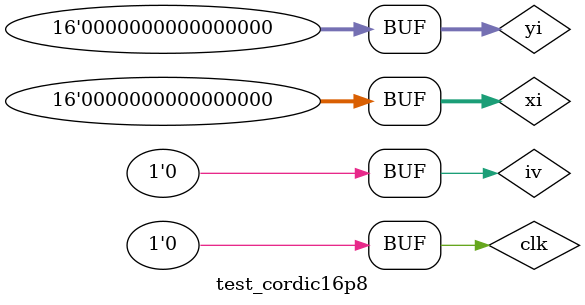
<source format=v>
`timescale 1ns / 1ps
module test_cordic16p8;

	// Inputs
	reg [15:0] xi;
	reg [15:0] yi;
	reg iv;
	reg clk;

	// Outputs
	wire [7:0] xo;
	wire [7:0] zo;
	wire ov;

	// Instantiate the Unit Under Test (UUT)
	cordic16p8 uut (
		.xi(xi), 
		.yi(yi), 
		.iv(iv), 
		.xo(xo), 
		.zo(zo), 
		.ov(ov), 
		.clk(clk) 
	);

	initial begin
		// Initialize Inputs
		xi = 0;
		yi = 0;
		iv = 0;
		clk = 0;

		// Wait 100 ns for global reset to finish
		#100;
      // idle  
		repeat (2)
		begin
			#5 clk = 1;
			#5 clk = 1; xi = 0; yi = 0; iv = 0;
			#5 clk = 0;
			#5 clk = 0;
		end
		// translate 0-360 degree angles at -7 dBFS
		#5 clk = 1;
		#5 clk = 1; xi = 14142; yi = 0; iv = 1; // 0 degrees
		#5 clk = 0;
		#5 clk = 0;
		#5 clk = 1;
		#5 clk = 1; xi = 10000; yi = 10000; // 45 degrees
		#5 clk = 0;
		#5 clk = 0;
		#5 clk = 1;
		#5 clk = 1; xi = 0; yi = 14142; // 90 degrees
		#5 clk = 0;
		#5 clk = 0;
		#5 clk = 1;
		#5 clk = 1; xi = -10000; yi = 10000; // 135 degrees
		#5 clk = 0;
		#5 clk = 0;
		#5 clk = 1;
		#5 clk = 1; xi = -14142; yi = 0; // 180 degrees
		#5 clk = 0;
		#5 clk = 0;
		#5 clk = 1;
		#5 clk = 1; xi = -10000; yi = -10000; // 225 degrees
		#5 clk = 0;
		#5 clk = 0;
		#5 clk = 1;
		#5 clk = 1; xi = 0; yi = -14142; // 270 degrees
		#5 clk = 0;
		#5 clk = 0;
		#5 clk = 1;
		#5 clk = 1; xi = 10000; yi = -10000; // 315 degrees
		#5 clk = 0;
		#5 clk = 0;
		#5 clk = 1;
		#5 clk = 1; xi = 14142; yi = 0; // 360 degrees
		#5 clk = 0;
		#5 clk = 0;
		repeat (4)
		begin
			#5 clk = 1;
			#5 clk = 1; xi = 0; yi = 0; iv = 0;
			#5 clk = 0;
			#5 clk = 0;
		end
		// translate 0-360 degree angles at -13 dBFS
		#5 clk = 1;
		#5 clk = 1; xi = 7071; yi = 0; iv = 1; // 0 degrees
		#5 clk = 0;
		#5 clk = 0;
		#5 clk = 1;
		#5 clk = 1; xi = 5000; yi = 5000; // 45 degrees
		#5 clk = 0;
		#5 clk = 0;
		#5 clk = 1;
		#5 clk = 1; xi = 0; yi = 7071; // 90 degrees
		#5 clk = 0;
		#5 clk = 0;
		#5 clk = 1;
		#5 clk = 1; xi = -5000; yi = 5000; // 135 degrees
		#5 clk = 0;
		#5 clk = 0;
		#5 clk = 1;
		#5 clk = 1; xi = -7071; yi = 0; // 180 degrees
		#5 clk = 0;
		#5 clk = 0;
		#5 clk = 1;
		#5 clk = 1; xi = -5000; yi = -5000; // 225 degrees
		#5 clk = 0;
		#5 clk = 0;
		#5 clk = 1;
		#5 clk = 1; xi = 0; yi = -7071; // 270 degrees
		#5 clk = 0;
		#5 clk = 0;
		#5 clk = 1;
		#5 clk = 1; xi = 5000; yi = -5000; // 315 degrees
		#5 clk = 0;
		#5 clk = 0;
		#5 clk = 1;
		#5 clk = 1; xi = 7071; yi = 0; // 360 degrees
		#5 clk = 0;
		#5 clk = 0;
		repeat (4)
		begin
			#5 clk = 1;
			#5 clk = 1; xi = 0; yi = 0; iv = 0;
			#5 clk = 0;
			#5 clk = 0;
		end
		// translate 0-360 degree angles at -19 dBFS
		#5 clk = 1;
		#5 clk = 1; xi = 3535; yi = 0; iv = 1; // 0 degrees
		#5 clk = 0;
		#5 clk = 0;
		#5 clk = 1;
		#5 clk = 1; xi = 2500; yi = 2500; // 45 degrees
		#5 clk = 0;
		#5 clk = 0;
		#5 clk = 1;
		#5 clk = 1; xi = 0; yi = 3535; // 90 degrees
		#5 clk = 0;
		#5 clk = 0;
		#5 clk = 1;
		#5 clk = 1; xi = -2500; yi = 2500; // 135 degrees
		#5 clk = 0;
		#5 clk = 0;
		#5 clk = 1;
		#5 clk = 1; xi = -3535; yi = 0; // 180 degrees
		#5 clk = 0;
		#5 clk = 0;
		#5 clk = 1;
		#5 clk = 1; xi = -2500; yi = -2500; // 225 degrees
		#5 clk = 0;
		#5 clk = 0;
		#5 clk = 1;
		#5 clk = 1; xi = 0; yi = -3535; // 270 degrees
		#5 clk = 0;
		#5 clk = 0;
		#5 clk = 1;
		#5 clk = 1; xi = 2500; yi = -2500; // 315 degrees
		#5 clk = 0;
		#5 clk = 0;
		#5 clk = 1;
		#5 clk = 1; xi = 3535; yi = 0; // 360 degrees
		#5 clk = 0;
		#5 clk = 0;
		repeat (4)
		begin
			#5 clk = 1;
			#5 clk = 1; xi = 0; yi = 0; iv = 0;
			#5 clk = 0;
			#5 clk = 0;
		end
		// translate 0-360 degree angles at -47 dBFS
		#5 clk = 1;
		#5 clk = 1; xi = 141; yi = 0; iv = 1; // 0 degrees
		#5 clk = 0;
		#5 clk = 0;
		#5 clk = 1;
		#5 clk = 1; xi = 100; yi = 100; // 45 degrees
		#5 clk = 0;
		#5 clk = 0;
		#5 clk = 1;
		#5 clk = 1; xi = 0; yi = 141; // 90 degrees
		#5 clk = 0;
		#5 clk = 0;
		#5 clk = 1;
		#5 clk = 1; xi = -100; yi = 100; // 135 degrees
		#5 clk = 0;
		#5 clk = 0;
		#5 clk = 1;
		#5 clk = 1; xi = -141; yi = 0; // 180 degrees
		#5 clk = 0;
		#5 clk = 0;
		#5 clk = 1;
		#5 clk = 1; xi = -100; yi = -100; // 225 degrees
		#5 clk = 0;
		#5 clk = 0;
		#5 clk = 1;
		#5 clk = 1; xi = 0; yi = -141; // 270 degrees
		#5 clk = 0;
		#5 clk = 0;
		#5 clk = 1;
		#5 clk = 1; xi = 100; yi = -100; // 315 degrees
		#5 clk = 0;
		#5 clk = 0;
		#5 clk = 1;
		#5 clk = 1; xi = 141; yi = 0; // 360 degrees
		#5 clk = 0;
		#5 clk = 0;
		repeat (4)
		begin
			#5 clk = 1;
			#5 clk = 1; xi = 0; yi = 0; iv = 0;
			#5 clk = 0;
			#5 clk = 0;
		end
		// translate 0-360 degree angles at -67 dBFS
		#5 clk = 1;
		#5 clk = 1; xi = 14; yi = 0; iv = 1; // 0 degrees
		#5 clk = 0;
		#5 clk = 0;
		#5 clk = 1;
		#5 clk = 1; xi = 10; yi = 10; // 45 degrees
		#5 clk = 0;
		#5 clk = 0;
		#5 clk = 1;
		#5 clk = 1; xi = 0; yi = 14; // 90 degrees
		#5 clk = 0;
		#5 clk = 0;
		#5 clk = 1;
		#5 clk = 1; xi = -10; yi = 10; // 135 degrees
		#5 clk = 0;
		#5 clk = 0;
		#5 clk = 1;
		#5 clk = 1; xi = -14; yi = 0; // 180 degrees
		#5 clk = 0;
		#5 clk = 0;
		#5 clk = 1;
		#5 clk = 1; xi = -10; yi = -10; // 225 degrees
		#5 clk = 0;
		#5 clk = 0;
		#5 clk = 1;
		#5 clk = 1; xi = 0; yi = -14; // 270 degrees
		#5 clk = 0;
		#5 clk = 0;
		#5 clk = 1;
		#5 clk = 1; xi = 10; yi = -10; // 315 degrees
		#5 clk = 0;
		#5 clk = 0;
		#5 clk = 1;
		#5 clk = 1; xi = 14; yi = 0; // 360 degrees
		#5 clk = 0;
		#5 clk = 0;
		repeat (12)
		begin
			#5 clk = 1;
			#5 clk = 1; xi = 0; yi = 0; iv = 0;
			#5 clk = 0;
			#5 clk = 0;
		end
	end
      
endmodule


</source>
